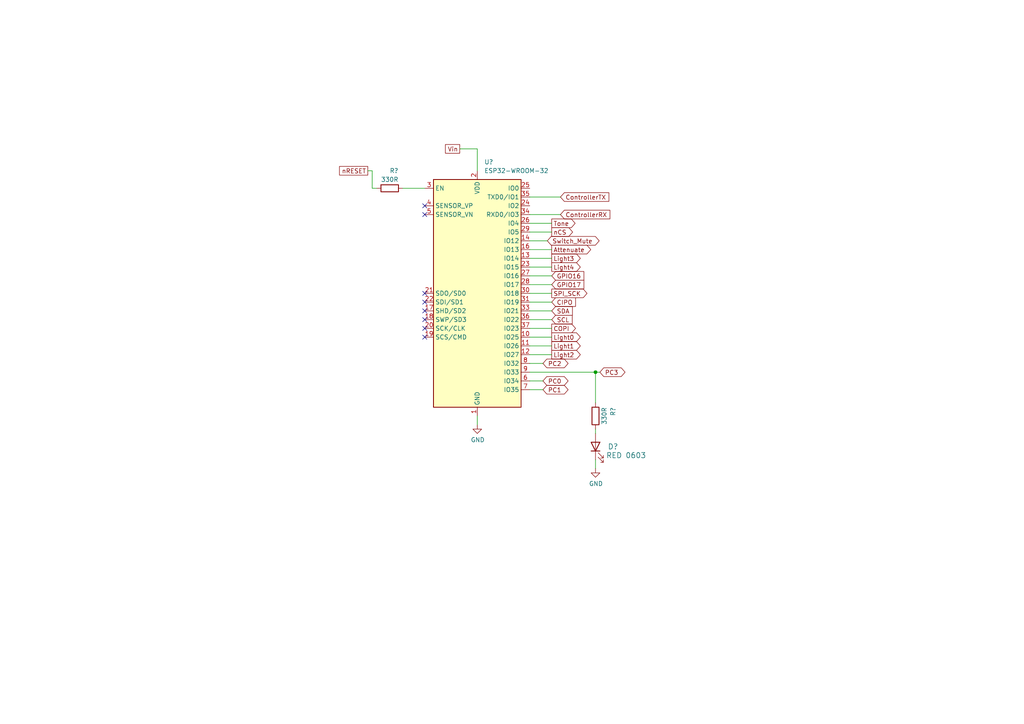
<source format=kicad_sch>
(kicad_sch (version 20211123) (generator eeschema)
  (paper "A4")
  (lib_symbols
    (symbol "Device:LED" (pin_numbers hide) (pin_names (offset 1.016) hide)
      (property "Reference" "D" (at 0 2.54 0))
      (property "Value" "LED" (at 0 -2.54 0))
      (symbol "LED_0_1"
        (polyline (pts (xy -1.27 -1.27) (xy -1.27 1.27)) (stroke (width 0.254)))
        (polyline (pts (xy -1.27 0) (xy 1.27 0)))
        (polyline (pts (xy 1.27 -1.27) (xy 1.27 1.27) (xy -1.27 0) (xy 1.27 -1.27)) (stroke (width 0.254)))
        (polyline (pts (xy -3.048 -0.762) (xy -4.572 -2.286) (xy -3.81 -2.286) (xy -4.572 -2.286) (xy -4.572 -1.524)))
        (polyline (pts (xy -1.778 -0.762) (xy -3.302 -2.286) (xy -2.54 -2.286) (xy -3.302 -2.286) (xy -3.302 -1.524)))
      )
      (symbol "LED_1_1"
        (pin passive line (at -3.81 0 0) (length 2.54) (name "K") (number "1"))
        (pin passive line (at 3.81 0 180) (length 2.54) (name "A") (number "2"))
      )
    )
    (symbol "Device:R" (pin_numbers hide) (pin_names (offset 0))
      (property "Reference" "R" (at 2.032 0 90))
      (property "Value" "R" (at 0 0 90))
      (symbol "R_0_1"
        (rectangle (start -1.016 -2.54) (end 1.016 2.54) (stroke (width 0.254)))
      )
      (symbol "R_1_1"
        (pin passive line (at 0 3.81 270) (length 1.27) (name "~") (number "1"))
        (pin passive line (at 0 -3.81 90) (length 1.27) (name "~") (number "2"))
      )
    )
    (symbol "RF_Module:ESP32-WROOM-32"
      (property "Reference" "U" (at -12.7 34.29 0))
      (property "Value" "ESP32-WROOM-32" (at 1.27 34.29 0))
      (symbol "ESP32-WROOM-32_0_1"
        (rectangle (start -12.7 33.02) (end 12.7 -33.02) (stroke (width 0.254)) (fill (type background)))
      )
      (symbol "ESP32-WROOM-32_1_1"
        (pin power_in line (at 0 -35.56 90) (length 2.54) (name "GND") (number "1"))
        (pin bidirectional line (at 15.24 -12.7 180) (length 2.54) (name "IO25") (number "10"))
        (pin bidirectional line (at 15.24 -15.24 180) (length 2.54) (name "IO26") (number "11"))
        (pin bidirectional line (at 15.24 -17.78 180) (length 2.54) (name "IO27") (number "12"))
        (pin bidirectional line (at 15.24 10.16 180) (length 2.54) (name "IO14") (number "13"))
        (pin bidirectional line (at 15.24 15.24 180) (length 2.54) (name "IO12") (number "14"))
        (pin passive line (at 0 -35.56 90) (length 2.54) hide (name "GND") (number "15"))
        (pin bidirectional line (at 15.24 12.7 180) (length 2.54) (name "IO13") (number "16"))
        (pin bidirectional line (at -15.24 -5.08 0) (length 2.54) (name "SHD/SD2") (number "17"))
        (pin bidirectional line (at -15.24 -7.62 0) (length 2.54) (name "SWP/SD3") (number "18"))
        (pin bidirectional line (at -15.24 -12.7 0) (length 2.54) (name "SCS/CMD") (number "19"))
        (pin power_in line (at 0 35.56 270) (length 2.54) (name "VDD") (number "2"))
        (pin bidirectional line (at -15.24 -10.16 0) (length 2.54) (name "SCK/CLK") (number "20"))
        (pin bidirectional line (at -15.24 0 0) (length 2.54) (name "SDO/SD0") (number "21"))
        (pin bidirectional line (at -15.24 -2.54 0) (length 2.54) (name "SDI/SD1") (number "22"))
        (pin bidirectional line (at 15.24 7.62 180) (length 2.54) (name "IO15") (number "23"))
        (pin bidirectional line (at 15.24 25.4 180) (length 2.54) (name "IO2") (number "24"))
        (pin bidirectional line (at 15.24 30.48 180) (length 2.54) (name "IO0") (number "25"))
        (pin bidirectional line (at 15.24 20.32 180) (length 2.54) (name "IO4") (number "26"))
        (pin bidirectional line (at 15.24 5.08 180) (length 2.54) (name "IO16") (number "27"))
        (pin bidirectional line (at 15.24 2.54 180) (length 2.54) (name "IO17") (number "28"))
        (pin bidirectional line (at 15.24 17.78 180) (length 2.54) (name "IO5") (number "29"))
        (pin input line (at -15.24 30.48 0) (length 2.54) (name "EN") (number "3"))
        (pin bidirectional line (at 15.24 0 180) (length 2.54) (name "IO18") (number "30"))
        (pin bidirectional line (at 15.24 -2.54 180) (length 2.54) (name "IO19") (number "31"))
        (pin no_connect line (at -12.7 -27.94 0) (length 2.54) hide (name "NC") (number "32"))
        (pin bidirectional line (at 15.24 -5.08 180) (length 2.54) (name "IO21") (number "33"))
        (pin bidirectional line (at 15.24 22.86 180) (length 2.54) (name "RXD0/IO3") (number "34"))
        (pin bidirectional line (at 15.24 27.94 180) (length 2.54) (name "TXD0/IO1") (number "35"))
        (pin bidirectional line (at 15.24 -7.62 180) (length 2.54) (name "IO22") (number "36"))
        (pin bidirectional line (at 15.24 -10.16 180) (length 2.54) (name "IO23") (number "37"))
        (pin passive line (at 0 -35.56 90) (length 2.54) hide (name "GND") (number "38"))
        (pin passive line (at 0 -35.56 90) (length 2.54) hide (name "GND") (number "39"))
        (pin input line (at -15.24 25.4 0) (length 2.54) (name "SENSOR_VP") (number "4"))
        (pin input line (at -15.24 22.86 0) (length 2.54) (name "SENSOR_VN") (number "5"))
        (pin input line (at 15.24 -25.4 180) (length 2.54) (name "IO34") (number "6"))
        (pin input line (at 15.24 -27.94 180) (length 2.54) (name "IO35") (number "7"))
        (pin bidirectional line (at 15.24 -20.32 180) (length 2.54) (name "IO32") (number "8"))
        (pin bidirectional line (at 15.24 -22.86 180) (length 2.54) (name "IO33") (number "9"))
      )
    )
    (symbol "power:GND" (power) (pin_names (offset 0))
      (property "Value" "GND" (at 0 -3.81 0))
      (symbol "GND_0_1"
        (polyline (pts (xy 0 0) (xy 0 -1.27) (xy 1.27 -1.27) (xy 0 -2.54) (xy -1.27 -1.27) (xy 0 -1.27)))
      )
      (symbol "GND_1_1"
        (pin power_in line (at 0 0 270) (length 0) hide (name "GND") (number "1"))
      )
    )
  )
  (junction (at 172.72 107.95))
  (no_connect (at 123.19 95.25))
  (no_connect (at 123.19 62.23))
  (no_connect (at 123.19 90.17))
  (no_connect (at 123.19 97.79))
  (no_connect (at 123.19 59.69))
  (no_connect (at 123.19 87.63))
  (no_connect (at 123.19 85.09))
  (no_connect (at 123.19 92.71))
  (wire (pts (xy 153.67 87.63) (xy 160.02 87.63)))
  (wire (pts (xy 138.43 120.65) (xy 138.43 123.19)))
  (wire (pts (xy 153.67 107.95) (xy 172.72 107.95)))
  (wire (pts (xy 106.68 49.53) (xy 107.95 49.53)))
  (wire (pts (xy 153.67 69.85) (xy 158.75 69.85)))
  (wire (pts (xy 138.43 43.18) (xy 138.43 49.53)))
  (wire (pts (xy 107.95 54.61) (xy 109.22 54.61)))
  (wire (pts (xy 153.67 100.33) (xy 160.02 100.33)))
  (wire (pts (xy 153.67 82.55) (xy 160.02 82.55)))
  (wire (pts (xy 107.95 49.53) (xy 107.95 54.61)))
  (wire (pts (xy 153.67 102.87) (xy 160.02 102.87)))
  (wire (pts (xy 153.67 95.25) (xy 160.02 95.25)))
  (wire (pts (xy 172.72 107.95) (xy 172.72 116.84)))
  (wire (pts (xy 153.67 105.41) (xy 157.48 105.41)))
  (wire (pts (xy 153.67 85.09) (xy 160.02 85.09)))
  (wire (pts (xy 153.67 57.15) (xy 162.56 57.15)))
  (wire (pts (xy 153.67 67.31) (xy 160.02 67.31)))
  (wire (pts (xy 153.67 64.77) (xy 160.02 64.77)))
  (wire (pts (xy 172.72 133.35) (xy 172.72 135.89)))
  (wire (pts (xy 133.35 43.18) (xy 138.43 43.18)))
  (wire (pts (xy 153.67 92.71) (xy 160.02 92.71)))
  (wire (pts (xy 153.67 90.17) (xy 160.02 90.17)))
  (wire (pts (xy 153.67 80.01) (xy 160.02 80.01)))
  (wire (pts (xy 153.67 77.47) (xy 160.02 77.47)))
  (wire (pts (xy 153.67 110.49) (xy 157.48 110.49)))
  (wire (pts (xy 153.67 74.93) (xy 160.02 74.93)))
  (wire (pts (xy 116.84 54.61) (xy 123.19 54.61)))
  (wire (pts (xy 153.67 62.23) (xy 162.56 62.23)))
  (wire (pts (xy 153.67 113.03) (xy 157.48 113.03)))
  (wire (pts (xy 153.67 72.39) (xy 160.02 72.39)))
  (wire (pts (xy 153.67 97.79) (xy 160.02 97.79)))
  (wire (pts (xy 172.72 125.73) (xy 172.72 124.46)))
  (wire (pts (xy 172.72 107.95) (xy 173.99 107.95)))
  (global_label "ControllerRX" (shape input) (at 162.56 62.23 0) (property "Intersheet References" "${INTERSHEET_REFS}" (effects hide)))
  (global_label "PC1" (shape bidirectional) (at 157.48 113.03 0) (property "Intersheet References" "${INTERSHEET_REFS}" (effects hide)))
  (global_label "Light3" (shape output) (at 160.02 74.93 0) (property "Intersheet References" "${INTERSHEET_REFS}" (effects hide)))
  (global_label "SPI_SCK" (shape output) (at 160.02 85.09 0) (property "Intersheet References" "${INTERSHEET_REFS}" (effects hide)))
  (global_label "SCL" (shape input) (at 160.02 92.71 0) (property "Intersheet References" "${INTERSHEET_REFS}" (effects hide)))
  (global_label "ControllerTX" (shape input) (at 162.56 57.15 0) (property "Intersheet References" "${INTERSHEET_REFS}" (effects hide)))
  (global_label "Attenuate" (shape output) (at 160.02 72.39 0) (property "Intersheet References" "${INTERSHEET_REFS}" (effects hide)))
  (global_label "CIPO" (shape input) (at 160.02 87.63 0) (property "Intersheet References" "${INTERSHEET_REFS}" (effects hide)))
  (global_label "Switch_Mute" (shape bidirectional) (at 158.75 69.85 0) (property "Intersheet References" "${INTERSHEET_REFS}" (effects hide)))
  (global_label "Light1" (shape output) (at 160.02 100.33 0) (property "Intersheet References" "${INTERSHEET_REFS}" (effects hide)))
  (global_label "Light4" (shape output) (at 160.02 77.47 0) (property "Intersheet References" "${INTERSHEET_REFS}" (effects hide)))
  (global_label "nRESET" (shape passive) (at 106.68 49.53 180) (property "Intersheet References" "${INTERSHEET_REFS}" (effects hide)))
  (global_label "Vin" (shape passive) (at 133.35 43.18 180) (property "Intersheet References" "${INTERSHEET_REFS}" (effects hide)))
  (global_label "nCS" (shape output) (at 160.02 67.31 0) (property "Intersheet References" "${INTERSHEET_REFS}" (effects hide)))
  (global_label "Light2" (shape output) (at 160.02 102.87 0) (property "Intersheet References" "${INTERSHEET_REFS}" (effects hide)))
  (global_label "SDA" (shape input) (at 160.02 90.17 0) (property "Intersheet References" "${INTERSHEET_REFS}" (effects hide)))
  (global_label "COPI" (shape output) (at 160.02 95.25 0) (property "Intersheet References" "${INTERSHEET_REFS}" (effects hide)))
  (global_label "PC2" (shape bidirectional) (at 157.48 105.41 0) (property "Intersheet References" "${INTERSHEET_REFS}" (effects hide)))
  (global_label "PC3" (shape bidirectional) (at 173.99 107.95 0) (property "Intersheet References" "${INTERSHEET_REFS}" (effects hide)))
  (global_label "PC0" (shape bidirectional) (at 157.48 110.49 0) (property "Intersheet References" "${INTERSHEET_REFS}" (effects hide)))
  (global_label "GPIO17" (shape input) (at 160.02 82.55 0) (property "Intersheet References" "${INTERSHEET_REFS}" (effects hide)))
  (global_label "Tone" (shape output) (at 160.02 64.77 0) (property "Intersheet References" "${INTERSHEET_REFS}" (effects hide)))
  (global_label "Light0" (shape output) (at 160.02 97.79 0) (property "Intersheet References" "${INTERSHEET_REFS}" (effects hide)))
  (global_label "GPIO16" (shape input) (at 160.02 80.01 0) (property "Intersheet References" "${INTERSHEET_REFS}" (effects hide)))
  (symbol (lib_id "power:GND") (at 138.43 123.19 0) (unit 1)
    (property "Reference" "#PWR?" (effects hide))
    (property "Value" "GND" (at 138.557 127.5842 0))
  )
  (symbol (lib_id "Device:R") (at 172.72 120.65 180) (unit 1)
    (property "Reference" "R?" (at 177.8 119.38 90))
    (property "Value" "330R" (at 175.26 120.65 90))
    (property "Footprint" "Resistor_SMD:R_0603_1608Metric_Pad0.98x0.95mm_HandSolder" (effects hide))
    (property "Distributor 1" "JLCPCB" (effects hide))
    (property "Distributor 1 PN" "C269711" (effects hide))
    (property "Manufacturer" "TyoHM" (effects hide))
    (property "MPN" "RMC06033301%N" (effects hide))
    (property "Description" "0.1W ±1% 330Ω 0603 Chip Resistor - Surface Mount ROHS" (effects hide))
    (property "AssemblyType" "SMT" (effects hide))
    (property "Cost" "0.0015" (effects hide))
  )
  (symbol (lib_id "Device:R") (at 113.03 54.61 90) (mirror x) (unit 1)
    (property "Reference" "R?" (at 114.3 49.53 90))
    (property "Value" "330R" (at 113.03 52.07 90))
    (property "Footprint" "Resistor_SMD:R_0603_1608Metric_Pad0.98x0.95mm_HandSolder" (effects hide))
    (property "Distributor 1" "JLCPCB" (effects hide))
    (property "Distributor 1 PN" "C269711" (effects hide))
    (property "Manufacturer" "TyoHM" (effects hide))
    (property "MPN" "RMC06033301%N" (effects hide))
    (property "Description" "0.1W ±1% 330Ω 0603 Chip Resistor - Surface Mount ROHS" (effects hide))
    (property "AssemblyType" "SMT" (effects hide))
    (property "Cost" "0.0015" (effects hide))
  )
  (symbol (lib_id "power:GND") (at 172.72 135.89 0) (unit 1)
    (property "Reference" "#PWR?" (effects hide))
    (property "Value" "GND" (at 172.847 140.2842 0))
  )
  (symbol (lib_id "RF_Module:ESP32-WROOM-32") (at 138.43 85.09 0) (unit 1)
    (property "Reference" "U?" (at 140.4494 46.99 0) (effects (justify left)))
    (property "Value" "ESP32-WROOM-32" (at 140.4494 49.53 0) (effects (justify left)))
    (property "Footprint" "RF_Module:ESP32-WROOM-32" (effects hide))
    (property "Datasheet" "https://www.espressif.com/sites/default/files/documentation/esp32-wroom-32_datasheet_en.pdf" (effects hide))
  )
  (symbol (lib_id "Device:LED") (at 172.72 129.54 90) (unit 1)
    (property "Reference" "D?" (at 177.8 129.54 90) (effects (font (size 1.524 1.524))))
    (property "Value" "RED 0603" (at 181.61 132.08 90) (effects (font (size 1.524 1.524))))
    (property "Footprint" "LED_SMD:LED_0603_1608Metric_Pad1.05x0.95mm_HandSolder" (effects hide))
    (property "Distributor 1" "JLCPCB" (effects hide))
    (property "Distributor 1 PN" "C2286" (effects hide))
    (property "MPN" "LTST-C171KRKT" (effects hide))
    (property "Category" "Optoelectronics" (effects hide))
    (property "Family" "LED Indication - Discrete" (effects hide))
    (property "Description" "LED RED CLEAR SMD" (effects hide))
    (property "Manufacturer" "Lite-On Inc." (effects hide))
    (property "Status" "Active" (effects hide))
    (property "DK_Datasheet_Link" "http://optoelectronics.liteon.com/upload/download/DS22-2000-109/LTST-C171KRKT.pdf" (effects hide))
    (property "DK_Detail_Page" "/product-detail/en/lite-on-inc/LTST-C171KRKT/160-1427-1-ND/386800" (effects hide))
    (property "Digi-Key_PN" "160-1427-1-ND" (effects hide))
    (property "AssemblyType" "HAND" (effects hide))
    (property "Cost" "0.0054" (effects hide))
  )
)
</source>
